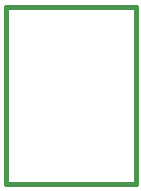
<source format=gko>
%FSLAX33Y33*%
%MOMM*%
%ADD10C,0.381*%
D10*
%LNpath-0*%
G01*
X0Y0D02*
X11000Y0D01*
X11000Y15000*
X0Y15000*
X0Y0*
%LNmechanical details_traces*%
M02*
</source>
